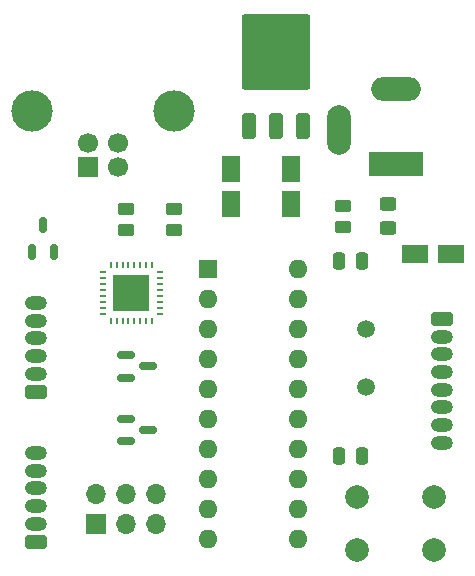
<source format=gbr>
%TF.GenerationSoftware,KiCad,Pcbnew,7.0.10*%
%TF.CreationDate,2025-06-13T16:12:02+05:30*%
%TF.ProjectId,PIC custom dev board_01,50494320-6375-4737-946f-6d2064657620,rev?*%
%TF.SameCoordinates,Original*%
%TF.FileFunction,Soldermask,Top*%
%TF.FilePolarity,Negative*%
%FSLAX46Y46*%
G04 Gerber Fmt 4.6, Leading zero omitted, Abs format (unit mm)*
G04 Created by KiCad (PCBNEW 7.0.10) date 2025-06-13 16:12:02*
%MOMM*%
%LPD*%
G01*
G04 APERTURE LIST*
G04 Aperture macros list*
%AMRoundRect*
0 Rectangle with rounded corners*
0 $1 Rounding radius*
0 $2 $3 $4 $5 $6 $7 $8 $9 X,Y pos of 4 corners*
0 Add a 4 corners polygon primitive as box body*
4,1,4,$2,$3,$4,$5,$6,$7,$8,$9,$2,$3,0*
0 Add four circle primitives for the rounded corners*
1,1,$1+$1,$2,$3*
1,1,$1+$1,$4,$5*
1,1,$1+$1,$6,$7*
1,1,$1+$1,$8,$9*
0 Add four rect primitives between the rounded corners*
20,1,$1+$1,$2,$3,$4,$5,0*
20,1,$1+$1,$4,$5,$6,$7,0*
20,1,$1+$1,$6,$7,$8,$9,0*
20,1,$1+$1,$8,$9,$2,$3,0*%
G04 Aperture macros list end*
%ADD10RoundRect,0.250000X-0.250000X-0.475000X0.250000X-0.475000X0.250000X0.475000X-0.250000X0.475000X0*%
%ADD11RoundRect,0.250000X0.685000X-0.335000X0.685000X0.335000X-0.685000X0.335000X-0.685000X-0.335000X0*%
%ADD12O,1.870000X1.170000*%
%ADD13R,4.600000X2.000000*%
%ADD14O,4.200000X2.000000*%
%ADD15O,2.000000X4.200000*%
%ADD16R,0.600000X0.250000*%
%ADD17R,0.250000X0.600000*%
%ADD18R,3.100000X3.100000*%
%ADD19RoundRect,0.250000X0.450000X-0.262500X0.450000X0.262500X-0.450000X0.262500X-0.450000X-0.262500X0*%
%ADD20C,2.000000*%
%ADD21RoundRect,0.250000X0.450000X-0.325000X0.450000X0.325000X-0.450000X0.325000X-0.450000X-0.325000X0*%
%ADD22RoundRect,0.150000X0.150000X-0.512500X0.150000X0.512500X-0.150000X0.512500X-0.150000X-0.512500X0*%
%ADD23R,1.600000X2.200000*%
%ADD24RoundRect,0.250000X0.350000X-0.850000X0.350000X0.850000X-0.350000X0.850000X-0.350000X-0.850000X0*%
%ADD25RoundRect,0.249997X2.650003X-2.950003X2.650003X2.950003X-2.650003X2.950003X-2.650003X-2.950003X0*%
%ADD26R,1.700000X1.700000*%
%ADD27C,1.700000*%
%ADD28C,3.500000*%
%ADD29O,1.700000X1.700000*%
%ADD30R,2.200000X1.600000*%
%ADD31RoundRect,0.150000X-0.587500X-0.150000X0.587500X-0.150000X0.587500X0.150000X-0.587500X0.150000X0*%
%ADD32RoundRect,0.250000X-0.685000X0.335000X-0.685000X-0.335000X0.685000X-0.335000X0.685000X0.335000X0*%
%ADD33C,1.500000*%
%ADD34R,1.600000X1.600000*%
%ADD35O,1.600000X1.600000*%
G04 APERTURE END LIST*
D10*
%TO.C,C3*%
X144465000Y-89535000D03*
X146365000Y-89535000D03*
%TD*%
D11*
%TO.C,J5*%
X118745000Y-96750000D03*
D12*
X118745000Y-95250000D03*
X118745000Y-93750000D03*
X118745000Y-92250000D03*
X118745000Y-90750000D03*
X118745000Y-89250000D03*
%TD*%
D13*
%TO.C,J2*%
X149240000Y-64770000D03*
D14*
X149240000Y-58470000D03*
D15*
X144440000Y-61870000D03*
%TD*%
D16*
%TO.C,U3*%
X124460000Y-73950000D03*
X124460000Y-74450000D03*
X124460000Y-74950000D03*
X124460000Y-75450000D03*
X124460000Y-75950000D03*
X124460000Y-76450000D03*
X124460000Y-76950000D03*
X124460000Y-77450000D03*
D17*
X125110000Y-78100000D03*
X125610000Y-78100000D03*
X126110000Y-78100000D03*
X126610000Y-78100000D03*
X127110000Y-78100000D03*
X127610000Y-78100000D03*
X128110000Y-78100000D03*
X128610000Y-78100000D03*
D16*
X129260000Y-77450000D03*
X129260000Y-76950000D03*
X129260000Y-76450000D03*
X129260000Y-75950000D03*
X129260000Y-75450000D03*
X129260000Y-74950000D03*
X129260000Y-74450000D03*
X129260000Y-73950000D03*
D17*
X128610000Y-73300000D03*
X128110000Y-73300000D03*
X127610000Y-73300000D03*
X127110000Y-73300000D03*
X126610000Y-73300000D03*
X126110000Y-73300000D03*
X125610000Y-73300000D03*
X125110000Y-73300000D03*
D18*
X126860000Y-75700000D03*
%TD*%
D19*
%TO.C,R1*%
X126365000Y-70405000D03*
X126365000Y-68580000D03*
%TD*%
D20*
%TO.C,SW1*%
X145975000Y-93000000D03*
X152475000Y-93000000D03*
X145975000Y-97500000D03*
X152475000Y-97500000D03*
%TD*%
D21*
%TO.C,D1*%
X148590000Y-70240000D03*
X148590000Y-68190000D03*
%TD*%
D11*
%TO.C,J4*%
X118745000Y-84050000D03*
D12*
X118745000Y-82550000D03*
X118745000Y-81050000D03*
X118745000Y-79550000D03*
X118745000Y-78050000D03*
X118745000Y-76550000D03*
%TD*%
D22*
%TO.C,D2*%
X118430000Y-72257500D03*
X120330000Y-72257500D03*
X119380000Y-69982500D03*
%TD*%
D23*
%TO.C,C1*%
X135255000Y-65175000D03*
X135255000Y-68175000D03*
%TD*%
D24*
%TO.C,U1*%
X136785000Y-61555000D03*
X139065000Y-61555000D03*
D25*
X139065000Y-55255000D03*
D24*
X141345000Y-61555000D03*
%TD*%
D23*
%TO.C,C2*%
X140335000Y-65175000D03*
X140335000Y-68175000D03*
%TD*%
D26*
%TO.C,J6*%
X123210000Y-64997500D03*
D27*
X125710000Y-64997500D03*
X125710000Y-62997500D03*
X123210000Y-62997500D03*
D28*
X118440000Y-60287500D03*
X130480000Y-60287500D03*
%TD*%
D26*
%TO.C,J3*%
X123825000Y-95250000D03*
D29*
X123825000Y-92710000D03*
X126365000Y-95250000D03*
X126365000Y-92710000D03*
X128905000Y-95250000D03*
X128905000Y-92710000D03*
%TD*%
D30*
%TO.C,C5*%
X150900000Y-72390000D03*
X153900000Y-72390000D03*
%TD*%
D31*
%TO.C,D3*%
X126365000Y-80965000D03*
X126365000Y-82865000D03*
X128240000Y-81915000D03*
%TD*%
D32*
%TO.C,J1*%
X153162000Y-77892000D03*
D12*
X153162000Y-79392000D03*
X153162000Y-80892000D03*
X153162000Y-82392000D03*
X153162000Y-83892000D03*
X153162000Y-85392000D03*
X153162000Y-86892000D03*
X153162000Y-88392000D03*
%TD*%
D10*
%TO.C,C4*%
X144465000Y-73025000D03*
X146365000Y-73025000D03*
%TD*%
D19*
%TO.C,R3*%
X130452500Y-70405000D03*
X130452500Y-68580000D03*
%TD*%
D31*
%TO.C,D4*%
X126365000Y-86360000D03*
X126365000Y-88260000D03*
X128240000Y-87310000D03*
%TD*%
D33*
%TO.C,Y1*%
X146685000Y-83620000D03*
X146685000Y-78740000D03*
%TD*%
D34*
%TO.C,U2*%
X133350000Y-73660000D03*
D35*
X133350000Y-76200000D03*
X133350000Y-78740000D03*
X133350000Y-81280000D03*
X133350000Y-83820000D03*
X133350000Y-86360000D03*
X133350000Y-88900000D03*
X133350000Y-91440000D03*
X133350000Y-93980000D03*
X133350000Y-96520000D03*
X140970000Y-96520000D03*
X140970000Y-93980000D03*
X140970000Y-91440000D03*
X140970000Y-88900000D03*
X140970000Y-86360000D03*
X140970000Y-83820000D03*
X140970000Y-81280000D03*
X140970000Y-78740000D03*
X140970000Y-76200000D03*
X140970000Y-73660000D03*
%TD*%
D19*
%TO.C,R2*%
X144780000Y-70127500D03*
X144780000Y-68302500D03*
%TD*%
M02*

</source>
